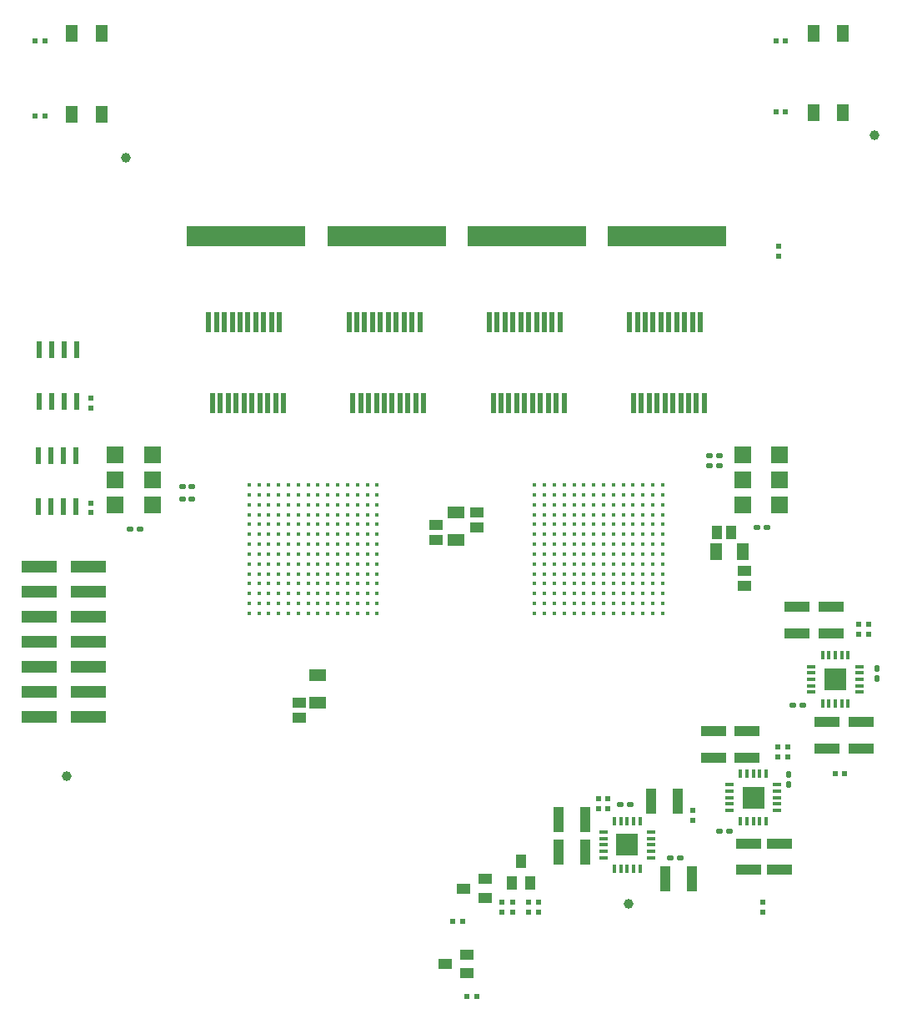
<source format=gtp>
%FSLAX25Y25*%
%MOIN*%
G70*
G01*
G75*
G04 Layer_Color=8421504*
%ADD10C,0.00800*%
%ADD11R,0.10236X0.04331*%
%ADD12R,0.04331X0.10236*%
%ADD13R,0.06693X0.04528*%
%ADD14R,0.07087X0.07087*%
G04:AMPARAMS|DCode=15|XSize=19.69mil|YSize=23.62mil|CornerRadius=4.92mil|HoleSize=0mil|Usage=FLASHONLY|Rotation=90.000|XOffset=0mil|YOffset=0mil|HoleType=Round|Shape=RoundedRectangle|*
%AMROUNDEDRECTD15*
21,1,0.01969,0.01378,0,0,90.0*
21,1,0.00984,0.02362,0,0,90.0*
1,1,0.00984,0.00689,0.00492*
1,1,0.00984,0.00689,-0.00492*
1,1,0.00984,-0.00689,-0.00492*
1,1,0.00984,-0.00689,0.00492*
%
%ADD15ROUNDEDRECTD15*%
%ADD16R,0.04528X0.06693*%
%ADD17C,0.03937*%
%ADD18R,0.02362X0.02362*%
%ADD19C,0.01772*%
%ADD20R,0.47441X0.07874*%
%ADD21R,0.02362X0.02362*%
%ADD22R,0.02362X0.07087*%
G04:AMPARAMS|DCode=23|XSize=19.69mil|YSize=23.62mil|CornerRadius=4.92mil|HoleSize=0mil|Usage=FLASHONLY|Rotation=180.000|XOffset=0mil|YOffset=0mil|HoleType=Round|Shape=RoundedRectangle|*
%AMROUNDEDRECTD23*
21,1,0.01969,0.01378,0,0,180.0*
21,1,0.00984,0.02362,0,0,180.0*
1,1,0.00984,-0.00492,0.00689*
1,1,0.00984,0.00492,0.00689*
1,1,0.00984,0.00492,-0.00689*
1,1,0.00984,-0.00492,-0.00689*
%
%ADD23ROUNDEDRECTD23*%
%ADD24R,0.03740X0.01378*%
%ADD25R,0.01378X0.03740*%
%ADD26R,0.12992X0.12992*%
%ADD27R,0.04528X0.07087*%
%ADD28R,0.01969X0.07874*%
%ADD29R,0.14488X0.05000*%
%ADD30R,0.05512X0.03937*%
%ADD31R,0.03937X0.05512*%
%ADD32R,0.12992X0.12992*%
%ADD33R,0.05512X0.04331*%
%ADD34R,0.04331X0.05512*%
%ADD35C,0.00500*%
%ADD36C,0.01000*%
%ADD37C,0.01969*%
%ADD38C,0.01500*%
%ADD39C,0.01200*%
%ADD40C,0.00600*%
%ADD41C,0.02000*%
%ADD42C,0.03740*%
%ADD43R,0.07874X0.07874*%
%ADD44C,0.31496*%
%ADD45C,0.06496*%
%ADD46C,0.05800*%
%ADD47C,0.01940*%
%ADD48C,0.05000*%
%ADD49C,0.02598*%
%ADD50C,0.04000*%
%ADD51C,0.05740*%
%ADD52C,0.06134*%
%ADD53C,0.17000*%
%ADD54C,0.06600*%
%ADD55C,0.08102*%
%ADD56C,0.08000*%
%ADD57C,0.03969*%
%ADD58C,0.03000*%
%ADD59C,0.04800*%
%ADD60C,0.00394*%
%ADD61C,0.00400*%
%ADD62C,0.03299*%
%ADD63C,0.05000*%
%ADD64R,0.01600X0.08500*%
%ADD65R,0.71000X0.02000*%
%ADD66C,0.00984*%
%ADD67C,0.02362*%
%ADD68C,0.00787*%
%ADD69C,0.00591*%
%ADD70R,0.09095X0.09095*%
%ADD71R,0.09095X0.09095*%
D11*
X293701Y136024D02*
D03*
Y125394D02*
D03*
X327165Y185630D02*
D03*
Y175000D02*
D03*
X325590Y128937D02*
D03*
Y139567D02*
D03*
X339370Y128937D02*
D03*
Y139567D02*
D03*
X313583Y185630D02*
D03*
Y175000D02*
D03*
X294094Y80512D02*
D03*
Y91142D02*
D03*
X280315Y136024D02*
D03*
Y125394D02*
D03*
X306693Y80512D02*
D03*
Y91142D02*
D03*
D12*
X218285Y87795D02*
D03*
X228915D02*
D03*
X271457Y77165D02*
D03*
X260827D02*
D03*
X218285Y100600D02*
D03*
X228915D02*
D03*
X265945Y107874D02*
D03*
X255315D02*
D03*
D13*
X121800Y158313D02*
D03*
Y147487D02*
D03*
X177200Y212387D02*
D03*
Y223213D02*
D03*
D14*
X306594Y226220D02*
D03*
Y236221D02*
D03*
Y246220D02*
D03*
X291831D02*
D03*
Y236221D02*
D03*
Y226220D02*
D03*
X41043Y246220D02*
D03*
Y236221D02*
D03*
Y226220D02*
D03*
X55807D02*
D03*
Y236221D02*
D03*
Y246220D02*
D03*
D15*
X278532Y241900D02*
D03*
X282469D02*
D03*
X278532Y246000D02*
D03*
X282469D02*
D03*
X71668Y233500D02*
D03*
X67731D02*
D03*
X71668Y228800D02*
D03*
X67731D02*
D03*
X297638Y217323D02*
D03*
X301575D02*
D03*
X50787Y216535D02*
D03*
X46850D02*
D03*
X315748Y146457D02*
D03*
X311811D02*
D03*
X242913Y106693D02*
D03*
X246850D02*
D03*
X262992Y85433D02*
D03*
X266929D02*
D03*
X286614Y96063D02*
D03*
X282677D02*
D03*
D16*
X281187Y207500D02*
D03*
X292013D02*
D03*
D17*
X21654Y118110D02*
D03*
X246063Y66929D02*
D03*
X344488Y374016D02*
D03*
X45276Y364961D02*
D03*
D18*
X306300Y325832D02*
D03*
Y329768D02*
D03*
X206299Y67716D02*
D03*
Y63779D02*
D03*
X210236Y67716D02*
D03*
Y63779D02*
D03*
X195669Y67716D02*
D03*
Y63779D02*
D03*
X200000Y67716D02*
D03*
Y63779D02*
D03*
X31102Y227165D02*
D03*
Y223228D02*
D03*
Y268898D02*
D03*
Y264961D02*
D03*
X300000Y63779D02*
D03*
Y67716D02*
D03*
X272047Y104331D02*
D03*
Y100394D02*
D03*
X237795Y105118D02*
D03*
Y109055D02*
D03*
X234252Y109055D02*
D03*
Y105118D02*
D03*
D19*
X208661Y183071D02*
D03*
Y187008D02*
D03*
Y190945D02*
D03*
Y194882D02*
D03*
Y198819D02*
D03*
Y202756D02*
D03*
Y206693D02*
D03*
Y210630D02*
D03*
Y214567D02*
D03*
Y218504D02*
D03*
Y222441D02*
D03*
Y226378D02*
D03*
Y230315D02*
D03*
Y234252D02*
D03*
X212598Y183071D02*
D03*
Y187008D02*
D03*
Y190945D02*
D03*
Y194882D02*
D03*
Y198819D02*
D03*
Y202756D02*
D03*
Y206693D02*
D03*
Y210630D02*
D03*
Y214567D02*
D03*
Y218504D02*
D03*
Y222441D02*
D03*
Y226378D02*
D03*
Y230315D02*
D03*
Y234252D02*
D03*
X216535Y183071D02*
D03*
Y187008D02*
D03*
Y190945D02*
D03*
Y194882D02*
D03*
Y198819D02*
D03*
Y202756D02*
D03*
Y206693D02*
D03*
Y210630D02*
D03*
Y214567D02*
D03*
Y218504D02*
D03*
Y222441D02*
D03*
Y226378D02*
D03*
Y230315D02*
D03*
Y234252D02*
D03*
X220472Y183071D02*
D03*
Y187008D02*
D03*
Y190945D02*
D03*
Y194882D02*
D03*
Y198819D02*
D03*
Y202756D02*
D03*
Y206693D02*
D03*
Y210630D02*
D03*
Y214567D02*
D03*
Y218504D02*
D03*
Y222441D02*
D03*
Y226378D02*
D03*
Y230315D02*
D03*
Y234252D02*
D03*
X224410Y183071D02*
D03*
Y187008D02*
D03*
Y190945D02*
D03*
Y194882D02*
D03*
Y198819D02*
D03*
Y202756D02*
D03*
Y206693D02*
D03*
Y210630D02*
D03*
Y214567D02*
D03*
Y218504D02*
D03*
Y222441D02*
D03*
Y226378D02*
D03*
Y230315D02*
D03*
Y234252D02*
D03*
X228346Y183071D02*
D03*
Y187008D02*
D03*
Y190945D02*
D03*
Y194882D02*
D03*
Y198819D02*
D03*
Y202756D02*
D03*
Y206693D02*
D03*
Y210630D02*
D03*
Y214567D02*
D03*
Y218504D02*
D03*
Y222441D02*
D03*
Y226378D02*
D03*
Y230315D02*
D03*
Y234252D02*
D03*
X232283Y183071D02*
D03*
Y187008D02*
D03*
Y190945D02*
D03*
Y194882D02*
D03*
Y198819D02*
D03*
Y202756D02*
D03*
Y206693D02*
D03*
Y210630D02*
D03*
Y214567D02*
D03*
Y218504D02*
D03*
Y222441D02*
D03*
Y226378D02*
D03*
Y230315D02*
D03*
Y234252D02*
D03*
X236221Y183071D02*
D03*
Y187008D02*
D03*
Y190945D02*
D03*
Y194882D02*
D03*
Y198819D02*
D03*
Y202756D02*
D03*
Y206693D02*
D03*
Y210630D02*
D03*
Y214567D02*
D03*
Y218504D02*
D03*
Y222441D02*
D03*
Y226378D02*
D03*
Y230315D02*
D03*
Y234252D02*
D03*
X240158Y183071D02*
D03*
Y187008D02*
D03*
Y190945D02*
D03*
Y194882D02*
D03*
Y198819D02*
D03*
Y202756D02*
D03*
Y206693D02*
D03*
Y210630D02*
D03*
Y214567D02*
D03*
Y218504D02*
D03*
Y222441D02*
D03*
Y226378D02*
D03*
Y230315D02*
D03*
Y234252D02*
D03*
X244094Y183071D02*
D03*
Y187008D02*
D03*
Y190945D02*
D03*
Y194882D02*
D03*
Y198819D02*
D03*
Y202756D02*
D03*
Y206693D02*
D03*
Y210630D02*
D03*
Y214567D02*
D03*
Y218504D02*
D03*
Y222441D02*
D03*
Y226378D02*
D03*
Y230315D02*
D03*
Y234252D02*
D03*
X248031Y183071D02*
D03*
Y187008D02*
D03*
Y190945D02*
D03*
Y194882D02*
D03*
Y198819D02*
D03*
Y202756D02*
D03*
Y206693D02*
D03*
Y210630D02*
D03*
Y214567D02*
D03*
Y218504D02*
D03*
Y222441D02*
D03*
Y226378D02*
D03*
Y230315D02*
D03*
Y234252D02*
D03*
X251969Y183071D02*
D03*
Y187008D02*
D03*
Y190945D02*
D03*
Y194882D02*
D03*
Y198819D02*
D03*
Y202756D02*
D03*
Y206693D02*
D03*
Y210630D02*
D03*
Y214567D02*
D03*
Y218504D02*
D03*
Y222441D02*
D03*
Y226378D02*
D03*
Y230315D02*
D03*
Y234252D02*
D03*
X255906Y183071D02*
D03*
Y187008D02*
D03*
Y190945D02*
D03*
Y194882D02*
D03*
Y198819D02*
D03*
Y202756D02*
D03*
Y206693D02*
D03*
Y210630D02*
D03*
Y214567D02*
D03*
Y218504D02*
D03*
Y222441D02*
D03*
Y226378D02*
D03*
Y230315D02*
D03*
Y234252D02*
D03*
X259842Y183071D02*
D03*
Y187008D02*
D03*
Y190945D02*
D03*
Y194882D02*
D03*
Y198819D02*
D03*
Y202756D02*
D03*
Y206693D02*
D03*
Y210630D02*
D03*
Y214567D02*
D03*
Y218504D02*
D03*
Y222441D02*
D03*
Y226378D02*
D03*
Y230315D02*
D03*
Y234252D02*
D03*
X94488Y183071D02*
D03*
Y187008D02*
D03*
Y190945D02*
D03*
Y194882D02*
D03*
Y198819D02*
D03*
Y202756D02*
D03*
Y206693D02*
D03*
Y210630D02*
D03*
Y214567D02*
D03*
Y218504D02*
D03*
Y222441D02*
D03*
Y226378D02*
D03*
Y230315D02*
D03*
Y234252D02*
D03*
X98425Y183071D02*
D03*
Y187008D02*
D03*
Y190945D02*
D03*
Y194882D02*
D03*
Y198819D02*
D03*
Y202756D02*
D03*
Y206693D02*
D03*
Y210630D02*
D03*
Y214567D02*
D03*
Y218504D02*
D03*
Y222441D02*
D03*
Y226378D02*
D03*
Y230315D02*
D03*
Y234252D02*
D03*
X102362Y183071D02*
D03*
Y187008D02*
D03*
Y190945D02*
D03*
Y194882D02*
D03*
Y198819D02*
D03*
Y202756D02*
D03*
Y206693D02*
D03*
Y210630D02*
D03*
Y214567D02*
D03*
Y218504D02*
D03*
Y222441D02*
D03*
Y226378D02*
D03*
Y230315D02*
D03*
Y234252D02*
D03*
X106299Y183071D02*
D03*
Y187008D02*
D03*
Y190945D02*
D03*
Y194882D02*
D03*
Y198819D02*
D03*
Y202756D02*
D03*
Y206693D02*
D03*
Y210630D02*
D03*
Y214567D02*
D03*
Y218504D02*
D03*
Y222441D02*
D03*
Y226378D02*
D03*
Y230315D02*
D03*
Y234252D02*
D03*
X110236Y183071D02*
D03*
Y187008D02*
D03*
Y190945D02*
D03*
Y194882D02*
D03*
Y198819D02*
D03*
Y202756D02*
D03*
Y206693D02*
D03*
Y210630D02*
D03*
Y214567D02*
D03*
Y218504D02*
D03*
Y222441D02*
D03*
Y226378D02*
D03*
Y230315D02*
D03*
Y234252D02*
D03*
X114173Y183071D02*
D03*
Y187008D02*
D03*
Y190945D02*
D03*
Y194882D02*
D03*
Y198819D02*
D03*
Y202756D02*
D03*
Y206693D02*
D03*
Y210630D02*
D03*
Y214567D02*
D03*
Y218504D02*
D03*
Y222441D02*
D03*
Y226378D02*
D03*
Y230315D02*
D03*
Y234252D02*
D03*
X118110Y183071D02*
D03*
Y187008D02*
D03*
Y190945D02*
D03*
Y194882D02*
D03*
Y198819D02*
D03*
Y202756D02*
D03*
Y206693D02*
D03*
Y210630D02*
D03*
Y214567D02*
D03*
Y218504D02*
D03*
Y222441D02*
D03*
Y226378D02*
D03*
Y230315D02*
D03*
Y234252D02*
D03*
X122047Y183071D02*
D03*
Y187008D02*
D03*
Y190945D02*
D03*
Y194882D02*
D03*
Y198819D02*
D03*
Y202756D02*
D03*
Y206693D02*
D03*
Y210630D02*
D03*
Y214567D02*
D03*
Y218504D02*
D03*
Y222441D02*
D03*
Y226378D02*
D03*
Y230315D02*
D03*
Y234252D02*
D03*
X125984Y183071D02*
D03*
Y187008D02*
D03*
Y190945D02*
D03*
Y194882D02*
D03*
Y198819D02*
D03*
Y202756D02*
D03*
Y206693D02*
D03*
Y210630D02*
D03*
Y214567D02*
D03*
Y218504D02*
D03*
Y222441D02*
D03*
Y226378D02*
D03*
Y230315D02*
D03*
Y234252D02*
D03*
X129921Y183071D02*
D03*
Y187008D02*
D03*
Y190945D02*
D03*
Y194882D02*
D03*
Y198819D02*
D03*
Y202756D02*
D03*
Y206693D02*
D03*
Y210630D02*
D03*
Y214567D02*
D03*
Y218504D02*
D03*
Y222441D02*
D03*
Y226378D02*
D03*
Y230315D02*
D03*
Y234252D02*
D03*
X133858Y183071D02*
D03*
Y187008D02*
D03*
Y190945D02*
D03*
Y194882D02*
D03*
Y198819D02*
D03*
Y202756D02*
D03*
Y206693D02*
D03*
Y210630D02*
D03*
Y214567D02*
D03*
Y218504D02*
D03*
Y222441D02*
D03*
Y226378D02*
D03*
Y230315D02*
D03*
Y234252D02*
D03*
X137795Y183071D02*
D03*
Y187008D02*
D03*
Y190945D02*
D03*
Y194882D02*
D03*
Y198819D02*
D03*
Y202756D02*
D03*
Y206693D02*
D03*
Y210630D02*
D03*
Y214567D02*
D03*
Y218504D02*
D03*
Y222441D02*
D03*
Y226378D02*
D03*
Y230315D02*
D03*
Y234252D02*
D03*
X141732Y183071D02*
D03*
Y187008D02*
D03*
Y190945D02*
D03*
Y194882D02*
D03*
Y198819D02*
D03*
Y202756D02*
D03*
Y206693D02*
D03*
Y210630D02*
D03*
Y214567D02*
D03*
Y218504D02*
D03*
Y222441D02*
D03*
Y226378D02*
D03*
Y230315D02*
D03*
Y234252D02*
D03*
X145669Y183071D02*
D03*
Y187008D02*
D03*
Y190945D02*
D03*
Y194882D02*
D03*
Y198819D02*
D03*
Y202756D02*
D03*
Y206693D02*
D03*
Y210630D02*
D03*
Y214567D02*
D03*
Y218504D02*
D03*
Y222441D02*
D03*
Y226378D02*
D03*
Y230315D02*
D03*
Y234252D02*
D03*
D20*
X261602Y333622D02*
D03*
X205500D02*
D03*
X149397D02*
D03*
X93275D02*
D03*
D21*
X181496Y29921D02*
D03*
X185433D02*
D03*
X179921Y59842D02*
D03*
X175984D02*
D03*
X328740Y118898D02*
D03*
X332677D02*
D03*
X338189Y178740D02*
D03*
X342126D02*
D03*
X342126Y174803D02*
D03*
X338189D02*
D03*
X309842Y129528D02*
D03*
X305906D02*
D03*
X305906Y125591D02*
D03*
X309842D02*
D03*
X12992Y381653D02*
D03*
X9055D02*
D03*
X12992Y411575D02*
D03*
X9055D02*
D03*
X309055D02*
D03*
X305118D02*
D03*
X309055Y383228D02*
D03*
X305118D02*
D03*
D22*
X10610Y267717D02*
D03*
X15610D02*
D03*
X20610D02*
D03*
X25610D02*
D03*
X10610Y288189D02*
D03*
X15610D02*
D03*
X20610D02*
D03*
X25610D02*
D03*
X10216Y225590D02*
D03*
X15216D02*
D03*
X20216D02*
D03*
X25216D02*
D03*
X10216Y246063D02*
D03*
X15216D02*
D03*
X20216D02*
D03*
X25216D02*
D03*
D23*
X345669Y161024D02*
D03*
Y157087D02*
D03*
X310236Y114567D02*
D03*
Y118504D02*
D03*
D24*
X319390Y161811D02*
D03*
Y159252D02*
D03*
Y156693D02*
D03*
Y154134D02*
D03*
Y151575D02*
D03*
X338484D02*
D03*
Y154134D02*
D03*
Y156693D02*
D03*
Y159252D02*
D03*
Y161811D02*
D03*
X255217Y85433D02*
D03*
Y87992D02*
D03*
Y90551D02*
D03*
Y93110D02*
D03*
Y95669D02*
D03*
X236122D02*
D03*
Y93110D02*
D03*
Y90551D02*
D03*
Y87992D02*
D03*
Y85433D02*
D03*
X286516Y114567D02*
D03*
Y112008D02*
D03*
Y109449D02*
D03*
Y106890D02*
D03*
Y104331D02*
D03*
X305610D02*
D03*
Y106890D02*
D03*
Y109449D02*
D03*
Y112008D02*
D03*
Y114567D02*
D03*
D25*
X323819Y147146D02*
D03*
X326378D02*
D03*
X328937D02*
D03*
X331496D02*
D03*
X334055D02*
D03*
Y166240D02*
D03*
X331496D02*
D03*
X328937D02*
D03*
X326378D02*
D03*
X323819D02*
D03*
X240551Y81004D02*
D03*
X243110D02*
D03*
X245669D02*
D03*
X248228D02*
D03*
X250787D02*
D03*
Y100098D02*
D03*
X248228D02*
D03*
X245669D02*
D03*
X243110D02*
D03*
X240551D02*
D03*
X290945Y99902D02*
D03*
X293504D02*
D03*
X296063D02*
D03*
X298622D02*
D03*
X301181D02*
D03*
Y118996D02*
D03*
X298622D02*
D03*
X296063D02*
D03*
X293504D02*
D03*
X290945D02*
D03*
D27*
X23622Y382441D02*
D03*
X35433D02*
D03*
X23622Y414724D02*
D03*
X35433D02*
D03*
X320079Y382835D02*
D03*
X331890D02*
D03*
X320079Y414724D02*
D03*
X331890D02*
D03*
D28*
X164319Y267087D02*
D03*
X135972D02*
D03*
X139122D02*
D03*
X142271D02*
D03*
X145421D02*
D03*
X148571D02*
D03*
X151720D02*
D03*
X154870D02*
D03*
X158019D02*
D03*
X161169D02*
D03*
X159594Y299370D02*
D03*
X156445D02*
D03*
X153295D02*
D03*
X150145D02*
D03*
X146996D02*
D03*
X143846D02*
D03*
X140697D02*
D03*
X137547D02*
D03*
X134397D02*
D03*
X162744Y299370D02*
D03*
X108216Y267087D02*
D03*
X79870D02*
D03*
X83019D02*
D03*
X86169D02*
D03*
X89319D02*
D03*
X92468D02*
D03*
X95618D02*
D03*
X98767D02*
D03*
X101917D02*
D03*
X105067D02*
D03*
X103492Y299370D02*
D03*
X100342D02*
D03*
X97193D02*
D03*
X94043D02*
D03*
X90893D02*
D03*
X87744D02*
D03*
X84594D02*
D03*
X81445D02*
D03*
X78295D02*
D03*
X106641Y299370D02*
D03*
X276523Y267087D02*
D03*
X248177D02*
D03*
X251326D02*
D03*
X254476D02*
D03*
X257626D02*
D03*
X260775D02*
D03*
X263925D02*
D03*
X267074D02*
D03*
X270224D02*
D03*
X273374D02*
D03*
X271799Y299370D02*
D03*
X268649D02*
D03*
X265500D02*
D03*
X262350D02*
D03*
X259200D02*
D03*
X256051D02*
D03*
X252901D02*
D03*
X249752D02*
D03*
X246602D02*
D03*
X274948Y299370D02*
D03*
X220421Y267087D02*
D03*
X192074D02*
D03*
X195224D02*
D03*
X198374D02*
D03*
X201523D02*
D03*
X204673D02*
D03*
X207822D02*
D03*
X210972D02*
D03*
X214122D02*
D03*
X217271D02*
D03*
X215697Y299370D02*
D03*
X212547D02*
D03*
X209397D02*
D03*
X206248D02*
D03*
X203098D02*
D03*
X199948D02*
D03*
X196799D02*
D03*
X193649D02*
D03*
X190500D02*
D03*
X218846Y299370D02*
D03*
D29*
X30217Y161653D02*
D03*
Y151654D02*
D03*
Y141654D02*
D03*
Y191654D02*
D03*
Y181653D02*
D03*
Y171653D02*
D03*
Y201654D02*
D03*
X10728D02*
D03*
Y171653D02*
D03*
Y181653D02*
D03*
Y191654D02*
D03*
Y141654D02*
D03*
Y151654D02*
D03*
Y161653D02*
D03*
D30*
X181496Y39173D02*
D03*
Y46654D02*
D03*
X172835Y42913D02*
D03*
X188868Y69407D02*
D03*
Y76887D02*
D03*
X180206Y73147D02*
D03*
D31*
X199409Y75197D02*
D03*
X206890D02*
D03*
X203150Y83858D02*
D03*
D33*
X114500Y147253D02*
D03*
Y141347D02*
D03*
X185500Y223353D02*
D03*
Y217447D02*
D03*
X169300Y212447D02*
D03*
Y218353D02*
D03*
X292700Y200053D02*
D03*
Y194147D02*
D03*
D34*
X281447Y215200D02*
D03*
X287353D02*
D03*
D70*
X328937Y156693D02*
D03*
X296063Y109449D02*
D03*
D71*
X245669Y90551D02*
D03*
M02*

</source>
